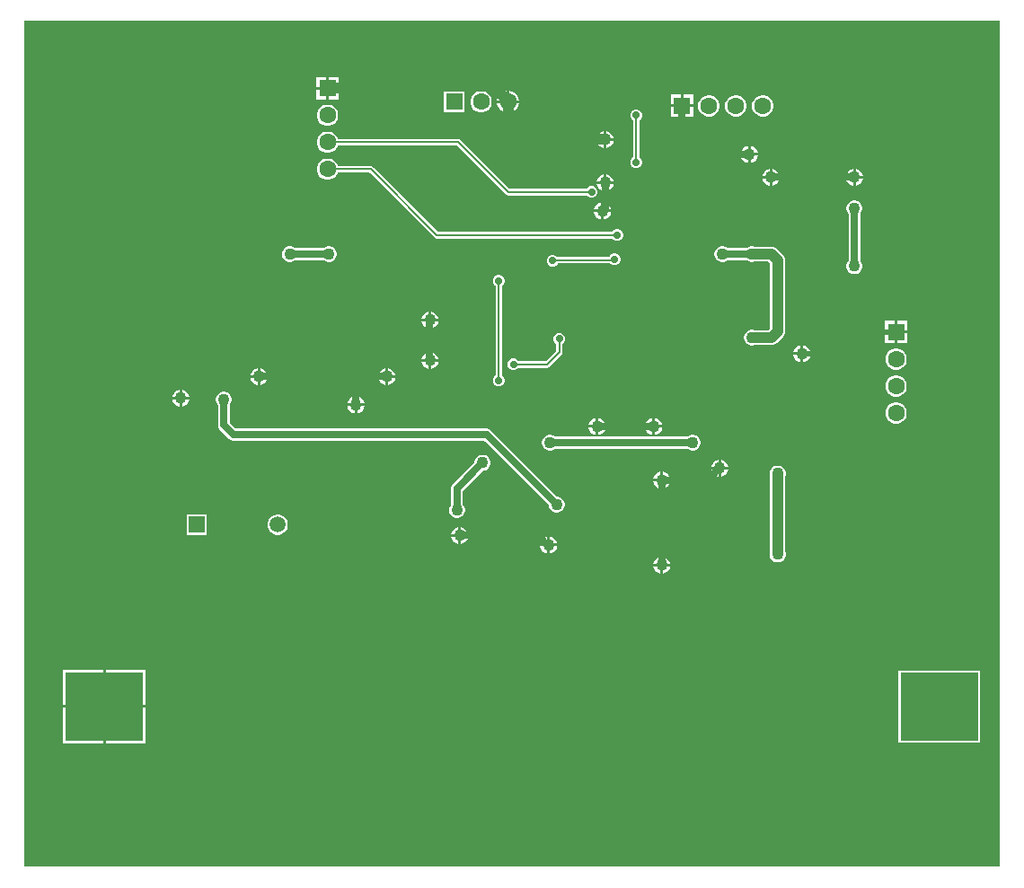
<source format=gbl>
G04*
G04 #@! TF.GenerationSoftware,Altium Limited,Altium Designer,21.3.2 (30)*
G04*
G04 Layer_Physical_Order=2*
G04 Layer_Color=16711680*
%FSTAX24Y24*%
%MOIN*%
G70*
G04*
G04 #@! TF.SameCoordinates,0DAA6520-49A2-4E49-A6F4-E70CAC7CC759*
G04*
G04*
G04 #@! TF.FilePolarity,Positive*
G04*
G01*
G75*
%ADD14C,0.0200*%
%ADD16C,0.0079*%
%ADD45C,0.0433*%
%ADD48C,0.0276*%
%ADD50C,0.0276*%
%ADD52C,0.0394*%
%ADD53C,0.0630*%
%ADD54R,0.0630X0.0630*%
%ADD55R,0.2874X0.2520*%
%ADD56R,0.0630X0.0630*%
%ADD57C,0.0591*%
%ADD58R,0.0591X0.0591*%
G36*
X04795Y003D02*
X01175D01*
Y0344D01*
X04795D01*
Y003D01*
D02*
G37*
%LPC*%
G36*
X023415Y032315D02*
X02305D01*
Y03195D01*
X023415D01*
Y032315D01*
D02*
G37*
G36*
X02295D02*
X022585D01*
Y03195D01*
X02295D01*
Y032315D01*
D02*
G37*
G36*
X023415Y03185D02*
X02305D01*
Y031485D01*
X023415D01*
Y03185D01*
D02*
G37*
G36*
X02295D02*
X022585D01*
Y031485D01*
X02295D01*
Y03185D01*
D02*
G37*
G36*
X029755Y031815D02*
X02975D01*
Y03145D01*
X030115D01*
Y031455D01*
X030087Y03156D01*
X030032Y031655D01*
X029955Y031732D01*
X02986Y031787D01*
X029755Y031815D01*
D02*
G37*
G36*
X02965D02*
X029645D01*
X02954Y031787D01*
X029445Y031732D01*
X029368Y031655D01*
X029313Y03156D01*
X029285Y031455D01*
Y03145D01*
X02965D01*
Y031815D01*
D02*
G37*
G36*
X036565Y031665D02*
X0362D01*
Y0313D01*
X036565D01*
Y031665D01*
D02*
G37*
G36*
X0361D02*
X035735D01*
Y0313D01*
X0361D01*
Y031665D01*
D02*
G37*
G36*
X028752Y031794D02*
X028648D01*
X028548Y031767D01*
X028458Y031715D01*
X028385Y031642D01*
X028333Y031552D01*
X028306Y031452D01*
Y031348D01*
X028333Y031248D01*
X028385Y031158D01*
X028458Y031085D01*
X028548Y031033D01*
X028648Y031006D01*
X028752D01*
X028852Y031033D01*
X028942Y031085D01*
X029015Y031158D01*
X029067Y031248D01*
X029094Y031348D01*
Y031452D01*
X029067Y031552D01*
X029015Y031642D01*
X028942Y031715D01*
X028852Y031767D01*
X028752Y031794D01*
D02*
G37*
G36*
X028094D02*
X027306D01*
Y031006D01*
X028094D01*
Y031794D01*
D02*
G37*
G36*
X030115Y03135D02*
X02975D01*
Y030985D01*
X029755D01*
X02986Y031013D01*
X029955Y031068D01*
X030032Y031145D01*
X030087Y03124D01*
X030115Y031345D01*
Y03135D01*
D02*
G37*
G36*
X02965D02*
X029285D01*
Y031345D01*
X029313Y03124D01*
X029368Y031145D01*
X029445Y031068D01*
X02954Y031013D01*
X029645Y030985D01*
X02965D01*
Y03135D01*
D02*
G37*
G36*
X039202Y031644D02*
X039098D01*
X038998Y031617D01*
X038908Y031565D01*
X038835Y031492D01*
X038783Y031402D01*
X038756Y031302D01*
Y031198D01*
X038783Y031098D01*
X038835Y031008D01*
X038908Y030935D01*
X038998Y030883D01*
X039098Y030856D01*
X039202D01*
X039302Y030883D01*
X039392Y030935D01*
X039465Y031008D01*
X039517Y031098D01*
X039544Y031198D01*
Y031302D01*
X039517Y031402D01*
X039465Y031492D01*
X039392Y031565D01*
X039302Y031617D01*
X039202Y031644D01*
D02*
G37*
G36*
X038202D02*
X038098D01*
X037998Y031617D01*
X037908Y031565D01*
X037835Y031492D01*
X037783Y031402D01*
X037756Y031302D01*
Y031198D01*
X037783Y031098D01*
X037835Y031008D01*
X037908Y030935D01*
X037998Y030883D01*
X038098Y030856D01*
X038202D01*
X038302Y030883D01*
X038392Y030935D01*
X038465Y031008D01*
X038517Y031098D01*
X038544Y031198D01*
Y031302D01*
X038517Y031402D01*
X038465Y031492D01*
X038392Y031565D01*
X038302Y031617D01*
X038202Y031644D01*
D02*
G37*
G36*
X037202D02*
X037098D01*
X036998Y031617D01*
X036908Y031565D01*
X036835Y031492D01*
X036783Y031402D01*
X036756Y031302D01*
Y031198D01*
X036783Y031098D01*
X036835Y031008D01*
X036908Y030935D01*
X036998Y030883D01*
X037098Y030856D01*
X037202D01*
X037302Y030883D01*
X037392Y030935D01*
X037465Y031008D01*
X037517Y031098D01*
X037544Y031198D01*
Y031302D01*
X037517Y031402D01*
X037465Y031492D01*
X037392Y031565D01*
X037302Y031617D01*
X037202Y031644D01*
D02*
G37*
G36*
X036565Y0312D02*
X0362D01*
Y030835D01*
X036565D01*
Y0312D01*
D02*
G37*
G36*
X0361D02*
X035735D01*
Y030835D01*
X0361D01*
Y0312D01*
D02*
G37*
G36*
X023052Y031294D02*
X022948D01*
X022848Y031267D01*
X022758Y031215D01*
X022685Y031142D01*
X022633Y031052D01*
X022606Y030952D01*
Y030848D01*
X022633Y030748D01*
X022685Y030658D01*
X022758Y030585D01*
X022848Y030533D01*
X022948Y030506D01*
X023052D01*
X023152Y030533D01*
X023242Y030585D01*
X023315Y030658D01*
X023367Y030748D01*
X023394Y030848D01*
Y030952D01*
X023367Y031052D01*
X023315Y031142D01*
X023242Y031215D01*
X023152Y031267D01*
X023052Y031294D01*
D02*
G37*
G36*
X03335Y030314D02*
Y03005D01*
X033614D01*
X033595Y030122D01*
X033553Y030194D01*
X033494Y030253D01*
X033422Y030295D01*
X03335Y030314D01*
D02*
G37*
G36*
X03325D02*
X033178Y030295D01*
X033106Y030253D01*
X033047Y030194D01*
X033005Y030122D01*
X032986Y03005D01*
X03325D01*
Y030314D01*
D02*
G37*
G36*
X033614Y02995D02*
X03335D01*
Y029686D01*
X033422Y029705D01*
X033494Y029747D01*
X033553Y029806D01*
X033595Y029878D01*
X033614Y02995D01*
D02*
G37*
G36*
X03325D02*
X032986D01*
X033005Y029878D01*
X033047Y029806D01*
X033106Y029747D01*
X033178Y029705D01*
X03325Y029686D01*
Y02995D01*
D02*
G37*
G36*
X0387Y029764D02*
Y0295D01*
X038964D01*
X038945Y029572D01*
X038903Y029644D01*
X038844Y029703D01*
X038772Y029745D01*
X0387Y029764D01*
D02*
G37*
G36*
X0386D02*
X038528Y029745D01*
X038456Y029703D01*
X038397Y029644D01*
X038355Y029572D01*
X038336Y0295D01*
X0386D01*
Y029764D01*
D02*
G37*
G36*
X038964Y0294D02*
X0387D01*
Y029136D01*
X038772Y029155D01*
X038844Y029197D01*
X038903Y029256D01*
X038945Y029328D01*
X038964Y0294D01*
D02*
G37*
G36*
X0386D02*
X038336D01*
X038355Y029328D01*
X038397Y029256D01*
X038456Y029197D01*
X038528Y029155D01*
X0386Y029136D01*
Y0294D01*
D02*
G37*
G36*
X034493Y031117D02*
X034407D01*
X034327Y031084D01*
X034266Y031023D01*
X034233Y030943D01*
Y030857D01*
X034266Y030777D01*
X034327Y030716D01*
X03433Y030716D01*
Y029334D01*
X034327Y029334D01*
X034266Y029273D01*
X034233Y029193D01*
Y029107D01*
X034266Y029027D01*
X034327Y028966D01*
X034407Y028933D01*
X034493D01*
X034573Y028966D01*
X034634Y029027D01*
X034667Y029107D01*
Y029193D01*
X034634Y029273D01*
X034573Y029334D01*
X03457Y029334D01*
Y030716D01*
X034573Y030716D01*
X034634Y030777D01*
X034667Y030857D01*
Y030943D01*
X034634Y031023D01*
X034573Y031084D01*
X034493Y031117D01*
D02*
G37*
G36*
X0426Y028914D02*
Y02865D01*
X042864D01*
X042845Y028722D01*
X042803Y028794D01*
X042744Y028853D01*
X042672Y028895D01*
X0426Y028914D01*
D02*
G37*
G36*
X0425D02*
X042428Y028895D01*
X042356Y028853D01*
X042297Y028794D01*
X042255Y028722D01*
X042236Y02865D01*
X0425D01*
Y028914D01*
D02*
G37*
G36*
X0395D02*
Y02865D01*
X039764D01*
X039745Y028722D01*
X039703Y028794D01*
X039644Y028853D01*
X039572Y028895D01*
X0395Y028914D01*
D02*
G37*
G36*
X0394D02*
X039328Y028895D01*
X039256Y028853D01*
X039197Y028794D01*
X039155Y028722D01*
X039136Y02865D01*
X0394D01*
Y028914D01*
D02*
G37*
G36*
X03335Y028714D02*
Y02845D01*
X033614D01*
X033595Y028522D01*
X033553Y028594D01*
X033494Y028653D01*
X033422Y028695D01*
X03335Y028714D01*
D02*
G37*
G36*
X03325D02*
X033178Y028695D01*
X033106Y028653D01*
X033047Y028594D01*
X033005Y028522D01*
X032986Y02845D01*
X03325D01*
Y028714D01*
D02*
G37*
G36*
X042864Y02855D02*
X0426D01*
Y028286D01*
X042672Y028305D01*
X042744Y028347D01*
X042803Y028406D01*
X042845Y028478D01*
X042864Y02855D01*
D02*
G37*
G36*
X0425D02*
X042236D01*
X042255Y028478D01*
X042297Y028406D01*
X042356Y028347D01*
X042428Y028305D01*
X0425Y028286D01*
Y02855D01*
D02*
G37*
G36*
X039764D02*
X0395D01*
Y028286D01*
X039572Y028305D01*
X039644Y028347D01*
X039703Y028406D01*
X039745Y028478D01*
X039764Y02855D01*
D02*
G37*
G36*
X0394D02*
X039136D01*
X039155Y028478D01*
X039197Y028406D01*
X039256Y028347D01*
X039328Y028305D01*
X0394Y028286D01*
Y02855D01*
D02*
G37*
G36*
X033614Y02835D02*
X03335D01*
Y028086D01*
X033422Y028105D01*
X033494Y028147D01*
X033553Y028206D01*
X033595Y028278D01*
X033614Y02835D01*
D02*
G37*
G36*
X03325D02*
X032986D01*
X033005Y028278D01*
X033047Y028206D01*
X033106Y028147D01*
X033178Y028105D01*
X03325Y028086D01*
Y02835D01*
D02*
G37*
G36*
X023052Y030294D02*
X022948D01*
X022848Y030267D01*
X022758Y030215D01*
X022685Y030142D01*
X022633Y030052D01*
X022606Y029952D01*
Y029848D01*
X022633Y029748D01*
X022685Y029658D01*
X022758Y029585D01*
X022848Y029533D01*
X022948Y029506D01*
X023052D01*
X023152Y029533D01*
X023242Y029585D01*
X023315Y029658D01*
X023367Y029748D01*
X023375Y02978D01*
X0278D01*
X029615Y027965D01*
X029654Y027939D01*
X0297Y02793D01*
X032616D01*
X032616Y027927D01*
X032677Y027866D01*
X032757Y027833D01*
X032843D01*
X032923Y027866D01*
X032984Y027927D01*
X033017Y028007D01*
Y028093D01*
X032984Y028173D01*
X032923Y028234D01*
X032843Y028267D01*
X032757D01*
X032677Y028234D01*
X032616Y028173D01*
X032616Y02817D01*
X02975D01*
X027935Y029985D01*
X027896Y030011D01*
X02785Y03002D01*
X02785Y03002D01*
X023375D01*
X023367Y030052D01*
X023315Y030142D01*
X023242Y030215D01*
X023152Y030267D01*
X023052Y030294D01*
D02*
G37*
G36*
X03325Y027664D02*
Y0274D01*
X033514D01*
X033495Y027472D01*
X033453Y027544D01*
X033394Y027603D01*
X033322Y027645D01*
X03325Y027664D01*
D02*
G37*
G36*
X03315D02*
X033078Y027645D01*
X033006Y027603D01*
X032947Y027544D01*
X032905Y027472D01*
X032886Y0274D01*
X03315D01*
Y027664D01*
D02*
G37*
G36*
X033514Y0273D02*
X03325D01*
Y027036D01*
X033322Y027055D01*
X033394Y027097D01*
X033453Y027156D01*
X033495Y027228D01*
X033514Y0273D01*
D02*
G37*
G36*
X03315D02*
X032886D01*
X032905Y027228D01*
X032947Y027156D01*
X033006Y027097D01*
X033078Y027055D01*
X03315Y027036D01*
Y0273D01*
D02*
G37*
G36*
X023052Y029294D02*
X022948D01*
X022848Y029267D01*
X022758Y029215D01*
X022685Y029142D01*
X022633Y029052D01*
X022606Y028952D01*
Y028848D01*
X022633Y028748D01*
X022685Y028658D01*
X022758Y028585D01*
X022848Y028533D01*
X022948Y028506D01*
X023052D01*
X023152Y028533D01*
X023242Y028585D01*
X023315Y028658D01*
X023367Y028748D01*
X023375Y02878D01*
X02455D01*
X026965Y026365D01*
X026965Y026365D01*
X027004Y026339D01*
X02705Y02633D01*
X033566D01*
X033566Y026327D01*
X033627Y026266D01*
X033707Y026233D01*
X033793D01*
X033873Y026266D01*
X033934Y026327D01*
X033967Y026407D01*
Y026493D01*
X033934Y026573D01*
X033873Y026634D01*
X033793Y026667D01*
X033707D01*
X033627Y026634D01*
X033566Y026573D01*
X033566Y02657D01*
X0271D01*
X024685Y028985D01*
X024646Y029011D01*
X0246Y02902D01*
X0246Y02902D01*
X023375D01*
X023367Y029052D01*
X023315Y029142D01*
X023242Y029215D01*
X023152Y029267D01*
X023052Y029294D01*
D02*
G37*
G36*
X038789Y026045D02*
X038711D01*
X038636Y026025D01*
X038569Y025986D01*
X038553Y025971D01*
X037847D01*
X037831Y025986D01*
X037764Y026025D01*
X037689Y026045D01*
X037611D01*
X037536Y026025D01*
X037469Y025986D01*
X037414Y025931D01*
X037375Y025864D01*
X037355Y025789D01*
Y025711D01*
X037375Y025636D01*
X037414Y025569D01*
X037469Y025514D01*
X037536Y025475D01*
X037611Y025455D01*
X037689D01*
X037764Y025475D01*
X037831Y025514D01*
X037847Y025529D01*
X038553D01*
X038569Y025514D01*
X038636Y025475D01*
X038711Y025455D01*
X038789D01*
X038853Y025472D01*
X039354D01*
X039422Y025404D01*
Y022996D01*
X039354Y022928D01*
X038853D01*
X038789Y022945D01*
X038711D01*
X038636Y022925D01*
X038569Y022886D01*
X038514Y022831D01*
X038475Y022764D01*
X038455Y022689D01*
Y022611D01*
X038475Y022536D01*
X038514Y022469D01*
X038569Y022414D01*
X038636Y022375D01*
X038711Y022355D01*
X038789D01*
X038853Y022372D01*
X039469D01*
X039541Y022381D01*
X039608Y022409D01*
X039666Y022453D01*
X039897Y022684D01*
X039941Y022742D01*
X039969Y022809D01*
X039978Y022881D01*
Y025519D01*
X039969Y025591D01*
X039941Y025658D01*
X039897Y025716D01*
X039666Y025947D01*
X039608Y025991D01*
X039541Y026019D01*
X039469Y026028D01*
X038853D01*
X038789Y026045D01*
D02*
G37*
G36*
X023089D02*
X023011D01*
X022936Y026025D01*
X022869Y025986D01*
X022853Y025971D01*
X021797D01*
X021781Y025986D01*
X021714Y026025D01*
X021639Y026045D01*
X021561D01*
X021486Y026025D01*
X021419Y025986D01*
X021364Y025931D01*
X021325Y025864D01*
X021305Y025789D01*
Y025711D01*
X021325Y025636D01*
X021364Y025569D01*
X021419Y025514D01*
X021486Y025475D01*
X021561Y025455D01*
X021639D01*
X021714Y025475D01*
X021781Y025514D01*
X021797Y025529D01*
X022853D01*
X022869Y025514D01*
X022936Y025475D01*
X023011Y025455D01*
X023089D01*
X023164Y025475D01*
X023231Y025514D01*
X023286Y025569D01*
X023325Y025636D01*
X023345Y025711D01*
Y025789D01*
X023325Y025864D01*
X023286Y025931D01*
X023231Y025986D01*
X023164Y026025D01*
X023089Y026045D01*
D02*
G37*
G36*
X033693Y025767D02*
X033607D01*
X033527Y025734D01*
X033466Y025673D01*
X033455Y025645D01*
X031511D01*
X031473Y025684D01*
X031393Y025717D01*
X031307D01*
X031227Y025684D01*
X031166Y025623D01*
X031133Y025543D01*
Y025457D01*
X031166Y025377D01*
X031227Y025316D01*
X031307Y025283D01*
X031393D01*
X031473Y025316D01*
X031534Y025377D01*
X031545Y025405D01*
X033489D01*
X033527Y025366D01*
X033607Y025333D01*
X033693D01*
X033773Y025366D01*
X033834Y025427D01*
X033867Y025507D01*
Y025593D01*
X033834Y025673D01*
X033773Y025734D01*
X033693Y025767D01*
D02*
G37*
G36*
X042589Y027745D02*
X042511D01*
X042436Y027725D01*
X042369Y027686D01*
X042314Y027631D01*
X042275Y027564D01*
X042255Y027489D01*
Y027411D01*
X042275Y027336D01*
X042314Y027269D01*
X042329Y027253D01*
Y025497D01*
X042314Y025481D01*
X042275Y025414D01*
X042255Y025339D01*
Y025261D01*
X042275Y025186D01*
X042314Y025119D01*
X042369Y025064D01*
X042436Y025025D01*
X042511Y025005D01*
X042589D01*
X042664Y025025D01*
X042731Y025064D01*
X042786Y025119D01*
X042825Y025186D01*
X042845Y025261D01*
Y025339D01*
X042825Y025414D01*
X042786Y025481D01*
X042771Y025497D01*
Y027253D01*
X042786Y027269D01*
X042825Y027336D01*
X042845Y027411D01*
Y027489D01*
X042825Y027564D01*
X042786Y027631D01*
X042731Y027686D01*
X042664Y027725D01*
X042589Y027745D01*
D02*
G37*
G36*
X02685Y023614D02*
Y02335D01*
X027114D01*
X027095Y023422D01*
X027053Y023494D01*
X026994Y023553D01*
X026922Y023595D01*
X02685Y023614D01*
D02*
G37*
G36*
X02675D02*
X026678Y023595D01*
X026606Y023553D01*
X026547Y023494D01*
X026505Y023422D01*
X026486Y02335D01*
X02675D01*
Y023614D01*
D02*
G37*
G36*
X027114Y02325D02*
X02685D01*
Y022986D01*
X026922Y023005D01*
X026994Y023047D01*
X027053Y023106D01*
X027095Y023178D01*
X027114Y02325D01*
D02*
G37*
G36*
X02675D02*
X026486D01*
X026505Y023178D01*
X026547Y023106D01*
X026606Y023047D01*
X026678Y023005D01*
X02675Y022986D01*
Y02325D01*
D02*
G37*
G36*
X044515Y023265D02*
X04415D01*
Y0229D01*
X044515D01*
Y023265D01*
D02*
G37*
G36*
X04405D02*
X043685D01*
Y0229D01*
X04405D01*
Y023265D01*
D02*
G37*
G36*
X044515Y0228D02*
X04415D01*
Y022435D01*
X044515D01*
Y0228D01*
D02*
G37*
G36*
X04405D02*
X043685D01*
Y022435D01*
X04405D01*
Y0228D01*
D02*
G37*
G36*
X04065Y022364D02*
Y0221D01*
X040914D01*
X040895Y022172D01*
X040853Y022244D01*
X040794Y022303D01*
X040722Y022345D01*
X04065Y022364D01*
D02*
G37*
G36*
X04055D02*
X040478Y022345D01*
X040406Y022303D01*
X040347Y022244D01*
X040305Y022172D01*
X040286Y0221D01*
X04055D01*
Y022364D01*
D02*
G37*
G36*
X02685Y022114D02*
Y02185D01*
X027114D01*
X027095Y021922D01*
X027053Y021994D01*
X026994Y022053D01*
X026922Y022095D01*
X02685Y022114D01*
D02*
G37*
G36*
X02675D02*
X026678Y022095D01*
X026606Y022053D01*
X026547Y021994D01*
X026505Y021922D01*
X026486Y02185D01*
X02675D01*
Y022114D01*
D02*
G37*
G36*
X031643Y022817D02*
X031557D01*
X031477Y022784D01*
X031416Y022723D01*
X031383Y022643D01*
Y022557D01*
X031416Y022477D01*
X031477Y022416D01*
X03148Y022416D01*
Y02215D01*
X0311Y02177D01*
X030084D01*
X030084Y021773D01*
X030023Y021834D01*
X029943Y021867D01*
X029857D01*
X029777Y021834D01*
X029716Y021773D01*
X029683Y021693D01*
Y021607D01*
X029716Y021527D01*
X029777Y021466D01*
X029857Y021433D01*
X029943D01*
X030023Y021466D01*
X030084Y021527D01*
X030084Y02153D01*
X03115D01*
X03115Y02153D01*
X031196Y021539D01*
X031235Y021565D01*
X031685Y022015D01*
X031711Y022054D01*
X03172Y0221D01*
Y022416D01*
X031723Y022416D01*
X031784Y022477D01*
X031817Y022557D01*
Y022643D01*
X031784Y022723D01*
X031723Y022784D01*
X031643Y022817D01*
D02*
G37*
G36*
X040914Y022D02*
X04065D01*
Y021736D01*
X040722Y021755D01*
X040794Y021797D01*
X040853Y021856D01*
X040895Y021928D01*
X040914Y022D01*
D02*
G37*
G36*
X04055D02*
X040286D01*
X040305Y021928D01*
X040347Y021856D01*
X040406Y021797D01*
X040478Y021755D01*
X04055Y021736D01*
Y022D01*
D02*
G37*
G36*
X027114Y02175D02*
X02685D01*
Y021486D01*
X026922Y021505D01*
X026994Y021547D01*
X027053Y021606D01*
X027095Y021678D01*
X027114Y02175D01*
D02*
G37*
G36*
X02675D02*
X026486D01*
X026505Y021678D01*
X026547Y021606D01*
X026606Y021547D01*
X026678Y021505D01*
X02675Y021486D01*
Y02175D01*
D02*
G37*
G36*
X044152Y022244D02*
X044048D01*
X043948Y022217D01*
X043858Y022165D01*
X043785Y022092D01*
X043733Y022002D01*
X043706Y021902D01*
Y021798D01*
X043733Y021698D01*
X043785Y021608D01*
X043858Y021535D01*
X043948Y021483D01*
X044048Y021456D01*
X044152D01*
X044252Y021483D01*
X044342Y021535D01*
X044415Y021608D01*
X044467Y021698D01*
X044494Y021798D01*
Y021902D01*
X044467Y022002D01*
X044415Y022092D01*
X044342Y022165D01*
X044252Y022217D01*
X044152Y022244D01*
D02*
G37*
G36*
X02525Y021514D02*
Y02125D01*
X025514D01*
X025495Y021322D01*
X025453Y021394D01*
X025394Y021453D01*
X025322Y021495D01*
X02525Y021514D01*
D02*
G37*
G36*
X02515D02*
X025078Y021495D01*
X025006Y021453D01*
X024947Y021394D01*
X024905Y021322D01*
X024886Y02125D01*
X02515D01*
Y021514D01*
D02*
G37*
G36*
X0205D02*
Y02125D01*
X020764D01*
X020745Y021322D01*
X020703Y021394D01*
X020644Y021453D01*
X020572Y021495D01*
X0205Y021514D01*
D02*
G37*
G36*
X0204D02*
X020328Y021495D01*
X020256Y021453D01*
X020197Y021394D01*
X020155Y021322D01*
X020136Y02125D01*
X0204D01*
Y021514D01*
D02*
G37*
G36*
X025514Y02115D02*
X02525D01*
Y020886D01*
X025322Y020905D01*
X025394Y020947D01*
X025453Y021006D01*
X025495Y021078D01*
X025514Y02115D01*
D02*
G37*
G36*
X02515D02*
X024886D01*
X024905Y021078D01*
X024947Y021006D01*
X025006Y020947D01*
X025078Y020905D01*
X02515Y020886D01*
Y02115D01*
D02*
G37*
G36*
X020764D02*
X0205D01*
Y020886D01*
X020572Y020905D01*
X020644Y020947D01*
X020703Y021006D01*
X020745Y021078D01*
X020764Y02115D01*
D02*
G37*
G36*
X0204D02*
X020136D01*
X020155Y021078D01*
X020197Y021006D01*
X020256Y020947D01*
X020328Y020905D01*
X0204Y020886D01*
Y02115D01*
D02*
G37*
G36*
X029393Y024967D02*
X029307D01*
X029227Y024934D01*
X029166Y024873D01*
X029133Y024793D01*
Y024707D01*
X029166Y024627D01*
X029227Y024566D01*
X02923Y024566D01*
Y021234D01*
X029227Y021234D01*
X029166Y021173D01*
X029133Y021093D01*
Y021007D01*
X029166Y020927D01*
X029227Y020866D01*
X029307Y020833D01*
X029393D01*
X029473Y020866D01*
X029534Y020927D01*
X029567Y021007D01*
Y021093D01*
X029534Y021173D01*
X029473Y021234D01*
X02947Y021234D01*
Y024566D01*
X029473Y024566D01*
X029534Y024627D01*
X029567Y024707D01*
Y024793D01*
X029534Y024873D01*
X029473Y024934D01*
X029393Y024967D01*
D02*
G37*
G36*
X044152Y021244D02*
X044048D01*
X043948Y021217D01*
X043858Y021165D01*
X043785Y021092D01*
X043733Y021002D01*
X043706Y020902D01*
Y020798D01*
X043733Y020698D01*
X043785Y020608D01*
X043858Y020535D01*
X043948Y020483D01*
X044048Y020456D01*
X044152D01*
X044252Y020483D01*
X044342Y020535D01*
X044415Y020608D01*
X044467Y020698D01*
X044494Y020798D01*
Y020902D01*
X044467Y021002D01*
X044415Y021092D01*
X044342Y021165D01*
X044252Y021217D01*
X044152Y021244D01*
D02*
G37*
G36*
X0176Y020714D02*
Y02045D01*
X017864D01*
X017845Y020522D01*
X017803Y020594D01*
X017744Y020653D01*
X017672Y020695D01*
X0176Y020714D01*
D02*
G37*
G36*
X0175D02*
X017428Y020695D01*
X017356Y020653D01*
X017297Y020594D01*
X017255Y020522D01*
X017236Y02045D01*
X0175D01*
Y020714D01*
D02*
G37*
G36*
X0241Y020464D02*
Y0202D01*
X024364D01*
X024345Y020272D01*
X024303Y020344D01*
X024244Y020403D01*
X024172Y020445D01*
X0241Y020464D01*
D02*
G37*
G36*
X024D02*
X023928Y020445D01*
X023856Y020403D01*
X023797Y020344D01*
X023755Y020272D01*
X023736Y0202D01*
X024D01*
Y020464D01*
D02*
G37*
G36*
X017864Y02035D02*
X0176D01*
Y020086D01*
X017672Y020105D01*
X017744Y020147D01*
X017803Y020206D01*
X017845Y020278D01*
X017864Y02035D01*
D02*
G37*
G36*
X0175D02*
X017236D01*
X017255Y020278D01*
X017297Y020206D01*
X017356Y020147D01*
X017428Y020105D01*
X0175Y020086D01*
Y02035D01*
D02*
G37*
G36*
X024364Y0201D02*
X0241D01*
Y019836D01*
X024172Y019855D01*
X024244Y019897D01*
X024303Y019956D01*
X024345Y020028D01*
X024364Y0201D01*
D02*
G37*
G36*
X024D02*
X023736D01*
X023755Y020028D01*
X023797Y019956D01*
X023856Y019897D01*
X023928Y019855D01*
X024Y019836D01*
Y0201D01*
D02*
G37*
G36*
X044152Y020244D02*
X044048D01*
X043948Y020217D01*
X043858Y020165D01*
X043785Y020092D01*
X043733Y020002D01*
X043706Y019902D01*
Y019798D01*
X043733Y019698D01*
X043785Y019608D01*
X043858Y019535D01*
X043948Y019483D01*
X044048Y019456D01*
X044152D01*
X044252Y019483D01*
X044342Y019535D01*
X044415Y019608D01*
X044467Y019698D01*
X044494Y019798D01*
Y019902D01*
X044467Y020002D01*
X044415Y020092D01*
X044342Y020165D01*
X044252Y020217D01*
X044152Y020244D01*
D02*
G37*
G36*
X03515Y019664D02*
Y0194D01*
X035414D01*
X035395Y019472D01*
X035353Y019544D01*
X035294Y019603D01*
X035222Y019645D01*
X03515Y019664D01*
D02*
G37*
G36*
X03505D02*
X034978Y019645D01*
X034906Y019603D01*
X034847Y019544D01*
X034805Y019472D01*
X034786Y0194D01*
X03505D01*
Y019664D01*
D02*
G37*
G36*
X03305D02*
Y0194D01*
X033314D01*
X033295Y019472D01*
X033253Y019544D01*
X033194Y019603D01*
X033122Y019645D01*
X03305Y019664D01*
D02*
G37*
G36*
X03295D02*
X032878Y019645D01*
X032806Y019603D01*
X032747Y019544D01*
X032705Y019472D01*
X032686Y0194D01*
X03295D01*
Y019664D01*
D02*
G37*
G36*
X035414Y0193D02*
X03515D01*
Y019036D01*
X035222Y019055D01*
X035294Y019097D01*
X035353Y019156D01*
X035395Y019228D01*
X035414Y0193D01*
D02*
G37*
G36*
X03505D02*
X034786D01*
X034805Y019228D01*
X034847Y019156D01*
X034906Y019097D01*
X034978Y019055D01*
X03505Y019036D01*
Y0193D01*
D02*
G37*
G36*
X033314D02*
X03305D01*
Y019036D01*
X033122Y019055D01*
X033194Y019097D01*
X033253Y019156D01*
X033295Y019228D01*
X033314Y0193D01*
D02*
G37*
G36*
X03295D02*
X032686D01*
X032705Y019228D01*
X032747Y019156D01*
X032806Y019097D01*
X032878Y019055D01*
X03295Y019036D01*
Y0193D01*
D02*
G37*
G36*
X036589Y019045D02*
X036511D01*
X036436Y019025D01*
X036369Y018986D01*
X036353Y018971D01*
X031447D01*
X031431Y018986D01*
X031364Y019025D01*
X031289Y019045D01*
X031211D01*
X031136Y019025D01*
X031069Y018986D01*
X031014Y018931D01*
X030975Y018864D01*
X030955Y018789D01*
Y018711D01*
X030975Y018636D01*
X031014Y018569D01*
X031069Y018514D01*
X031136Y018475D01*
X031211Y018455D01*
X031289D01*
X031364Y018475D01*
X031431Y018514D01*
X031447Y018529D01*
X036353D01*
X036369Y018514D01*
X036436Y018475D01*
X036511Y018455D01*
X036589D01*
X036664Y018475D01*
X036731Y018514D01*
X036786Y018569D01*
X036825Y018636D01*
X036845Y018711D01*
Y018789D01*
X036825Y018864D01*
X036786Y018931D01*
X036731Y018986D01*
X036664Y019025D01*
X036589Y019045D01*
D02*
G37*
G36*
X0376Y018114D02*
Y01785D01*
X037864D01*
X037845Y017922D01*
X037803Y017994D01*
X037744Y018053D01*
X037672Y018095D01*
X0376Y018114D01*
D02*
G37*
G36*
X0375D02*
X037428Y018095D01*
X037356Y018053D01*
X037297Y017994D01*
X037255Y017922D01*
X037236Y01785D01*
X0375D01*
Y018114D01*
D02*
G37*
G36*
X037864Y01775D02*
X0376D01*
Y017486D01*
X037672Y017505D01*
X037744Y017547D01*
X037803Y017606D01*
X037845Y017678D01*
X037864Y01775D01*
D02*
G37*
G36*
X0375D02*
X037236D01*
X037255Y017678D01*
X037297Y017606D01*
X037356Y017547D01*
X037428Y017505D01*
X0375Y017486D01*
Y01775D01*
D02*
G37*
G36*
X035456Y01767D02*
Y017406D01*
X03572D01*
X0357Y017478D01*
X035659Y01755D01*
X0356Y017609D01*
X035528Y01765D01*
X035456Y01767D01*
D02*
G37*
G36*
X035356D02*
X035283Y01765D01*
X035211Y017609D01*
X035152Y01755D01*
X035111Y017478D01*
X035091Y017406D01*
X035356D01*
Y01767D01*
D02*
G37*
G36*
X03572Y017306D02*
X035456D01*
Y017041D01*
X035528Y017061D01*
X0356Y017102D01*
X035659Y017161D01*
X0357Y017233D01*
X03572Y017306D01*
D02*
G37*
G36*
X035356D02*
X035091D01*
X035111Y017233D01*
X035152Y017161D01*
X035211Y017102D01*
X035283Y017061D01*
X035356Y017041D01*
Y017306D01*
D02*
G37*
G36*
X019189Y020645D02*
X019111D01*
X019036Y020625D01*
X018969Y020586D01*
X018914Y020531D01*
X018875Y020464D01*
X018855Y020389D01*
Y020311D01*
X018875Y020236D01*
X018914Y020169D01*
X018929Y020153D01*
Y0194D01*
X018946Y019316D01*
X018994Y019244D01*
X019344Y018894D01*
X019416Y018846D01*
X0195Y018829D01*
X028809D01*
X031205Y016433D01*
Y016411D01*
X031225Y016336D01*
X031264Y016269D01*
X031319Y016214D01*
X031386Y016175D01*
X031461Y016155D01*
X031539D01*
X031614Y016175D01*
X031681Y016214D01*
X031736Y016269D01*
X031775Y016336D01*
X031795Y016411D01*
Y016489D01*
X031775Y016564D01*
X031736Y016631D01*
X031681Y016686D01*
X031614Y016725D01*
X031539Y016745D01*
X031517D01*
X029056Y019206D01*
X028984Y019254D01*
X0289Y019271D01*
X019591D01*
X019371Y019491D01*
Y020153D01*
X019386Y020169D01*
X019425Y020236D01*
X019445Y020311D01*
Y020389D01*
X019425Y020464D01*
X019386Y020531D01*
X019331Y020586D01*
X019264Y020625D01*
X019189Y020645D01*
D02*
G37*
G36*
X028789Y018295D02*
X028711D01*
X028636Y018275D01*
X028569Y018236D01*
X028514Y018181D01*
X028475Y018114D01*
X028455Y018039D01*
Y018017D01*
X027644Y017206D01*
X027596Y017134D01*
X027579Y01705D01*
Y016447D01*
X027564Y016431D01*
X027525Y016364D01*
X027505Y016289D01*
Y016211D01*
X027525Y016136D01*
X027564Y016069D01*
X027619Y016014D01*
X027686Y015975D01*
X027761Y015955D01*
X027839D01*
X027914Y015975D01*
X027981Y016014D01*
X028036Y016069D01*
X028075Y016136D01*
X028095Y016211D01*
Y016289D01*
X028075Y016364D01*
X028036Y016431D01*
X028021Y016447D01*
Y016959D01*
X028767Y017705D01*
X028789D01*
X028864Y017725D01*
X028931Y017764D01*
X028986Y017819D01*
X029025Y017886D01*
X029045Y017961D01*
Y018039D01*
X029025Y018114D01*
X028986Y018181D01*
X028931Y018236D01*
X028864Y018275D01*
X028789Y018295D01*
D02*
G37*
G36*
X02795Y015614D02*
Y01535D01*
X028214D01*
X028195Y015422D01*
X028153Y015494D01*
X028094Y015553D01*
X028022Y015595D01*
X02795Y015614D01*
D02*
G37*
G36*
X02785D02*
X027778Y015595D01*
X027706Y015553D01*
X027647Y015494D01*
X027605Y015422D01*
X027586Y01535D01*
X02785D01*
Y015614D01*
D02*
G37*
G36*
X021199Y016079D02*
X021101D01*
X021006Y016054D01*
X02092Y016004D01*
X020851Y015935D01*
X020801Y015849D01*
X020776Y015754D01*
Y015656D01*
X020801Y015561D01*
X020851Y015475D01*
X02092Y015406D01*
X021006Y015356D01*
X021101Y015331D01*
X021199D01*
X021294Y015356D01*
X02138Y015406D01*
X021449Y015475D01*
X021499Y015561D01*
X021524Y015656D01*
Y015754D01*
X021499Y015849D01*
X021449Y015935D01*
X02138Y016004D01*
X021294Y016054D01*
X021199Y016079D01*
D02*
G37*
G36*
X018524Y016074D02*
X017776D01*
Y015326D01*
X018524D01*
Y016074D01*
D02*
G37*
G36*
X03125Y015264D02*
Y015D01*
X031514D01*
X031495Y015072D01*
X031453Y015144D01*
X031394Y015203D01*
X031322Y015245D01*
X03125Y015264D01*
D02*
G37*
G36*
X03115D02*
X031078Y015245D01*
X031006Y015203D01*
X030947Y015144D01*
X030905Y015072D01*
X030886Y015D01*
X03115D01*
Y015264D01*
D02*
G37*
G36*
X028214Y01525D02*
X02795D01*
Y014986D01*
X028022Y015005D01*
X028094Y015047D01*
X028153Y015106D01*
X028195Y015178D01*
X028214Y01525D01*
D02*
G37*
G36*
X02785D02*
X027586D01*
X027605Y015178D01*
X027647Y015106D01*
X027706Y015047D01*
X027778Y015005D01*
X02785Y014986D01*
Y01525D01*
D02*
G37*
G36*
X031514Y0149D02*
X03125D01*
Y014636D01*
X031322Y014655D01*
X031394Y014697D01*
X031453Y014756D01*
X031495Y014828D01*
X031514Y0149D01*
D02*
G37*
G36*
X03115D02*
X030886D01*
X030905Y014828D01*
X030947Y014756D01*
X031006Y014697D01*
X031078Y014655D01*
X03115Y014636D01*
Y0149D01*
D02*
G37*
G36*
X039739Y017895D02*
X039661D01*
X039586Y017875D01*
X039519Y017836D01*
X039464Y017781D01*
X039425Y017714D01*
X039405Y017639D01*
Y017561D01*
X039422Y017497D01*
Y014703D01*
X039405Y014639D01*
Y014561D01*
X039425Y014486D01*
X039464Y014419D01*
X039519Y014364D01*
X039586Y014325D01*
X039661Y014305D01*
X039739D01*
X039814Y014325D01*
X039881Y014364D01*
X039936Y014419D01*
X039975Y014486D01*
X039995Y014561D01*
Y014639D01*
X039978Y014703D01*
Y017497D01*
X039995Y017561D01*
Y017639D01*
X039975Y017714D01*
X039936Y017781D01*
X039881Y017836D01*
X039814Y017875D01*
X039739Y017895D01*
D02*
G37*
G36*
X03545Y014514D02*
Y01425D01*
X035714D01*
X035695Y014322D01*
X035653Y014394D01*
X035594Y014453D01*
X035522Y014495D01*
X03545Y014514D01*
D02*
G37*
G36*
X03535D02*
X035278Y014495D01*
X035206Y014453D01*
X035147Y014394D01*
X035105Y014322D01*
X035086Y01425D01*
X03535D01*
Y014514D01*
D02*
G37*
G36*
X035714Y01415D02*
X03545D01*
Y013886D01*
X035522Y013905D01*
X035594Y013947D01*
X035653Y014006D01*
X035695Y014078D01*
X035714Y01415D01*
D02*
G37*
G36*
X03535D02*
X035086D01*
X035105Y014078D01*
X035147Y014006D01*
X035206Y013947D01*
X035278Y013905D01*
X03535Y013886D01*
Y01415D01*
D02*
G37*
G36*
X016253Y01031D02*
X014766D01*
Y009D01*
X016253D01*
Y01031D01*
D02*
G37*
G36*
X014666D02*
X013179D01*
Y009D01*
X014666D01*
Y01031D01*
D02*
G37*
G36*
X047216Y010289D02*
X044184D01*
Y007611D01*
X047216D01*
Y010289D01*
D02*
G37*
G36*
X016253Y0089D02*
X014766D01*
Y00759D01*
X016253D01*
Y0089D01*
D02*
G37*
G36*
X014666D02*
X013179D01*
Y00759D01*
X014666D01*
Y0089D01*
D02*
G37*
%LPD*%
D14*
X0432Y02285D02*
X0441D01*
X0406Y02205D02*
X0424D01*
X0432Y02285D01*
X044018Y021768D02*
X0441Y02185D01*
D16*
X031375Y025525D02*
X033625D01*
X03365Y02555D01*
X03445Y02915D02*
Y0309D01*
X0297Y02805D02*
X0328D01*
X02785Y0299D02*
X0297Y02805D01*
X023Y0299D02*
X02785D01*
X02705Y02645D02*
X03375D01*
X0246Y0289D02*
X02705Y02645D01*
X0316Y0221D02*
Y0226D01*
X03115Y02165D02*
X0316Y0221D01*
X0299Y02165D02*
X03115D01*
X03135Y0255D02*
X031375Y025525D01*
X023Y0289D02*
X0246D01*
X02935Y02105D02*
Y02475D01*
D45*
X02045Y0212D02*
D03*
X03875Y02575D02*
D03*
X03765D02*
D03*
X04255Y02745D02*
D03*
Y0253D02*
D03*
X02405Y02015D02*
D03*
X0397Y0176D02*
D03*
X0278Y01625D02*
D03*
X02875Y018D02*
D03*
X03755Y0178D02*
D03*
X035406Y017356D02*
D03*
X0351Y01935D02*
D03*
X0354Y0142D02*
D03*
X04255Y0286D02*
D03*
X03945D02*
D03*
X03865Y02945D02*
D03*
X0332Y02735D02*
D03*
X0333Y0284D02*
D03*
Y03D02*
D03*
X01755Y0204D02*
D03*
X0312Y01495D02*
D03*
X0279Y0153D02*
D03*
X03655Y01875D02*
D03*
X03125D02*
D03*
X0315Y01645D02*
D03*
X01915Y02035D02*
D03*
X03875Y02265D02*
D03*
X033Y01935D02*
D03*
X0268Y0233D02*
D03*
Y0218D02*
D03*
X0252Y0212D02*
D03*
X0216Y02575D02*
D03*
X02305D02*
D03*
X0397Y0146D02*
D03*
X0406Y02205D02*
D03*
D48*
X03365Y02555D02*
D03*
X03445Y0309D02*
D03*
Y02915D02*
D03*
X0328Y02805D02*
D03*
X03375Y02645D02*
D03*
X0316Y0226D02*
D03*
X03135Y0255D02*
D03*
X0299Y02165D02*
D03*
X02935Y02475D02*
D03*
Y02105D02*
D03*
D50*
X02045Y0212D02*
X02405D01*
X03765Y02575D02*
X03875D01*
X04255Y0253D02*
Y02745D01*
X02405Y0212D02*
X02515D01*
X02405Y02015D02*
Y0212D01*
X02675Y0218D02*
X026775Y021825D01*
X0278Y01625D02*
Y01705D01*
X02875Y018D01*
X0279Y0153D02*
X030807D01*
X031157Y01495D01*
X0312D01*
X037104Y017356D02*
X037548Y0178D01*
X035406Y017356D02*
X037104D01*
X037548Y0178D02*
X03755D01*
X035403Y017353D02*
X035406Y017356D01*
X0354Y0142D02*
X035403Y014203D01*
Y017353D01*
X03125Y01875D02*
X03655D01*
X033Y01935D02*
X0351D01*
X03945Y0286D02*
X04255D01*
X03665Y02945D02*
X03865D01*
X03615Y02995D02*
X03665Y02945D01*
X03615Y02995D02*
Y03125D01*
X0332Y0273D02*
Y02735D01*
X0333Y02745D01*
Y0284D01*
X0195Y01905D02*
X0289D01*
X0315Y01645D01*
X01915Y0194D02*
X0195Y01905D01*
X01915Y0194D02*
Y02035D01*
X026775Y023275D02*
X0268Y0233D01*
X026775Y021825D02*
Y023275D01*
X0216Y02575D02*
X02305D01*
D52*
X03875D02*
X039469D01*
X0397Y022881D02*
Y025519D01*
X039469Y02575D02*
X0397Y025519D01*
X039469Y02265D02*
X0397Y022881D01*
X03875Y02265D02*
X039469D01*
X0397Y0146D02*
Y0176D01*
X03005Y03D02*
X0333D01*
X0297Y03035D02*
X03005Y03D01*
X0297Y03035D02*
Y0314D01*
X02865Y03245D02*
X0297Y0314D01*
X02615Y03245D02*
X02865D01*
X023Y0319D02*
X0256D01*
X02615Y03245D01*
D53*
X023Y0289D02*
D03*
Y0299D02*
D03*
Y0309D02*
D03*
X0297Y0314D02*
D03*
X0287D02*
D03*
X0441Y02185D02*
D03*
Y02085D02*
D03*
Y01985D02*
D03*
X03715Y03125D02*
D03*
X03815D02*
D03*
X03915D02*
D03*
D54*
X023Y0319D02*
D03*
X0441Y02285D02*
D03*
D55*
X0457Y00895D02*
D03*
X014716D02*
D03*
D56*
X0277Y0314D02*
D03*
X03615Y03125D02*
D03*
D57*
X02115Y015705D02*
D03*
D58*
X01815Y0157D02*
D03*
M02*

</source>
